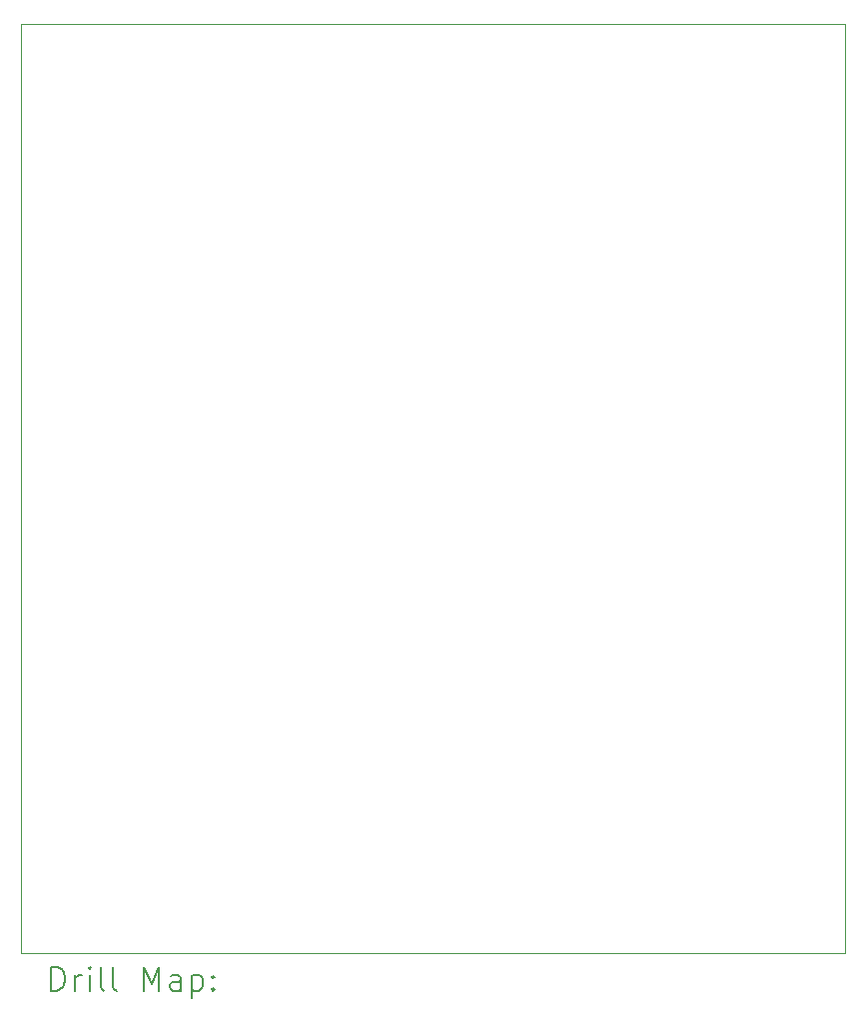
<source format=gbr>
%TF.GenerationSoftware,KiCad,Pcbnew,8.0.7*%
%TF.CreationDate,2025-01-26T00:41:21-05:00*%
%TF.ProjectId,shadow,73686164-6f77-42e6-9b69-6361645f7063,rev?*%
%TF.SameCoordinates,Original*%
%TF.FileFunction,Drillmap*%
%TF.FilePolarity,Positive*%
%FSLAX45Y45*%
G04 Gerber Fmt 4.5, Leading zero omitted, Abs format (unit mm)*
G04 Created by KiCad (PCBNEW 8.0.7) date 2025-01-26 00:41:21*
%MOMM*%
%LPD*%
G01*
G04 APERTURE LIST*
%ADD10C,0.050000*%
%ADD11C,0.200000*%
G04 APERTURE END LIST*
D10*
X9476700Y-4826000D02*
X16461700Y-4826000D01*
X16461700Y-12700000D01*
X9476700Y-12700000D01*
X9476700Y-4826000D01*
D11*
X9734977Y-13013984D02*
X9734977Y-12813984D01*
X9734977Y-12813984D02*
X9782596Y-12813984D01*
X9782596Y-12813984D02*
X9811167Y-12823508D01*
X9811167Y-12823508D02*
X9830215Y-12842555D01*
X9830215Y-12842555D02*
X9839739Y-12861603D01*
X9839739Y-12861603D02*
X9849263Y-12899698D01*
X9849263Y-12899698D02*
X9849263Y-12928269D01*
X9849263Y-12928269D02*
X9839739Y-12966365D01*
X9839739Y-12966365D02*
X9830215Y-12985412D01*
X9830215Y-12985412D02*
X9811167Y-13004460D01*
X9811167Y-13004460D02*
X9782596Y-13013984D01*
X9782596Y-13013984D02*
X9734977Y-13013984D01*
X9934977Y-13013984D02*
X9934977Y-12880650D01*
X9934977Y-12918746D02*
X9944501Y-12899698D01*
X9944501Y-12899698D02*
X9954024Y-12890174D01*
X9954024Y-12890174D02*
X9973072Y-12880650D01*
X9973072Y-12880650D02*
X9992120Y-12880650D01*
X10058786Y-13013984D02*
X10058786Y-12880650D01*
X10058786Y-12813984D02*
X10049263Y-12823508D01*
X10049263Y-12823508D02*
X10058786Y-12833031D01*
X10058786Y-12833031D02*
X10068310Y-12823508D01*
X10068310Y-12823508D02*
X10058786Y-12813984D01*
X10058786Y-12813984D02*
X10058786Y-12833031D01*
X10182596Y-13013984D02*
X10163548Y-13004460D01*
X10163548Y-13004460D02*
X10154024Y-12985412D01*
X10154024Y-12985412D02*
X10154024Y-12813984D01*
X10287358Y-13013984D02*
X10268310Y-13004460D01*
X10268310Y-13004460D02*
X10258786Y-12985412D01*
X10258786Y-12985412D02*
X10258786Y-12813984D01*
X10515929Y-13013984D02*
X10515929Y-12813984D01*
X10515929Y-12813984D02*
X10582596Y-12956841D01*
X10582596Y-12956841D02*
X10649263Y-12813984D01*
X10649263Y-12813984D02*
X10649263Y-13013984D01*
X10830215Y-13013984D02*
X10830215Y-12909222D01*
X10830215Y-12909222D02*
X10820691Y-12890174D01*
X10820691Y-12890174D02*
X10801644Y-12880650D01*
X10801644Y-12880650D02*
X10763548Y-12880650D01*
X10763548Y-12880650D02*
X10744501Y-12890174D01*
X10830215Y-13004460D02*
X10811167Y-13013984D01*
X10811167Y-13013984D02*
X10763548Y-13013984D01*
X10763548Y-13013984D02*
X10744501Y-13004460D01*
X10744501Y-13004460D02*
X10734977Y-12985412D01*
X10734977Y-12985412D02*
X10734977Y-12966365D01*
X10734977Y-12966365D02*
X10744501Y-12947317D01*
X10744501Y-12947317D02*
X10763548Y-12937793D01*
X10763548Y-12937793D02*
X10811167Y-12937793D01*
X10811167Y-12937793D02*
X10830215Y-12928269D01*
X10925453Y-12880650D02*
X10925453Y-13080650D01*
X10925453Y-12890174D02*
X10944501Y-12880650D01*
X10944501Y-12880650D02*
X10982596Y-12880650D01*
X10982596Y-12880650D02*
X11001644Y-12890174D01*
X11001644Y-12890174D02*
X11011167Y-12899698D01*
X11011167Y-12899698D02*
X11020691Y-12918746D01*
X11020691Y-12918746D02*
X11020691Y-12975888D01*
X11020691Y-12975888D02*
X11011167Y-12994936D01*
X11011167Y-12994936D02*
X11001644Y-13004460D01*
X11001644Y-13004460D02*
X10982596Y-13013984D01*
X10982596Y-13013984D02*
X10944501Y-13013984D01*
X10944501Y-13013984D02*
X10925453Y-13004460D01*
X11106405Y-12994936D02*
X11115929Y-13004460D01*
X11115929Y-13004460D02*
X11106405Y-13013984D01*
X11106405Y-13013984D02*
X11096882Y-13004460D01*
X11096882Y-13004460D02*
X11106405Y-12994936D01*
X11106405Y-12994936D02*
X11106405Y-13013984D01*
X11106405Y-12890174D02*
X11115929Y-12899698D01*
X11115929Y-12899698D02*
X11106405Y-12909222D01*
X11106405Y-12909222D02*
X11096882Y-12899698D01*
X11096882Y-12899698D02*
X11106405Y-12890174D01*
X11106405Y-12890174D02*
X11106405Y-12909222D01*
M02*

</source>
